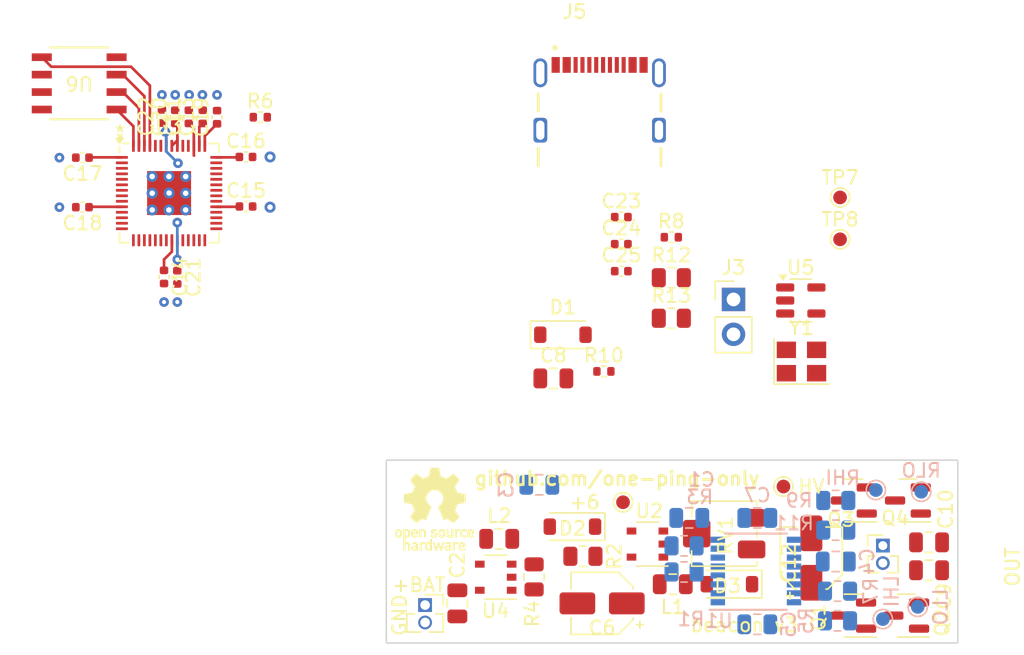
<source format=kicad_pcb>
(kicad_pcb (version 20240108) (generator "pcbnew") (generator_version "8.0")
  (layers (0 "F.Cu" mixed) (31 "B.Cu" mixed) (34 "B.Paste" user) (35 "F.Paste" user) (36 "B.SilkS" user "B.Silkscreen") (37 "F.SilkS" user "F.Silkscreen") (38 "B.Mask" user) (39 "F.Mask" user) (44 "Edge.Cuts" user))
  (net 0 "")
  (net 1 "+6V")
  (net 2 "GND")
  (net 3 "+BATT")
  (net 4 "Net-(U1-APWM)")
  (net 5 "Net-(U1-BPWM)")
  (net 6 "Net-(D3-A)")
  (net 7 "Net-(U1-BHB)")
  (net 8 "/OUT_A")
  (net 9 "Net-(U1-AHB)")
  (net 10 "/OUT_B")
  (net 11 "+3.3V")
  (net 12 "+1V1")
  (net 13 "/HV")
  (net 14 "/XIN")
  (net 15 "Net-(C24-Pad1)")
  (net 16 "Net-(D1-A)")
  (net 17 "/~{USB_BOOT}")
  (net 18 "/PWM_A")
  (net 19 "/PWM_B")
  (net 20 "/L_HI")
  (net 21 "Net-(U1-BHO)")
  (net 22 "/L_LO")
  (net 23 "Net-(U1-BLO)")
  (net 24 "/R_HI")
  (net 25 "Net-(U1-AHO)")
  (net 26 "/USB_D+")
  (net 27 "/R_LO")
  (net 28 "Net-(U1-ALO)")
  (net 32 "Net-(U2-FB)")
  (net 33 "Net-(D2-A)")
  (net 34 "Net-(U4-FB)")
  (net 38 "/USB_D-")
  (net 43 "Net-(U3-USB_DP)")
  (net 44 "Net-(U3-USB_DM)")
  (net 45 "/XOUT")
  (net 46 "/QSPI_SS")
  (net 47 "/HV_EN")
  (net 53 "/QSPI_SD0")
  (net 59 "/QSPI_SD3")
  (net 79 "/QSPI_SCLK")
  (net 81 "/QSPI_SD2")
  (net 82 "/QSPI_SD1")
  (footprint "Package_SO:TSOP-5_1.65x3.05mm_P0.95mm" (layer "F.Cu") (at 141.478 80.01 180)
    (property "Reference" "U2" (at -0.127 2.413 0) (layer "F.SilkS"))
    (property "Value" "MIC2288")
    (pad "1" smd rect (at -1.16 -0.95 180) (size 0.7 0.51) (layers "F.Cu" "F.Paste" "F.Mask") (net 6 "Net-(D3-A)"))
    (pad "2" smd rect (at -1.16 0 180) (size 0.7 0.51) (layers "F.Cu" "F.Paste" "F.Mask") (net 2 "GND"))
    (pad "3" smd rect (at -1.16 0.95 180) (size 0.7 0.51) (layers "F.Cu" "F.Paste" "F.Mask") (net 32 "Net-(U2-FB)"))
    (pad "4" smd rect (at 1.16 0.95 180) (size 0.7 0.51) (layers "F.Cu" "F.Paste" "F.Mask") (net 47 "/HV_EN"))
    (pad "5" smd rect (at 1.16 -0.95 180) (size 0.7 0.51) (layers "F.Cu" "F.Paste" "F.Mask") (net 1 "+6V"))
  )
  (footprint "Crystal:Crystal_SMD_3225-4Pin_3.2x2.5mm" (layer "F.Cu") (at 152.697 66.714)
    (property "Reference" "Y1" (at 0 -2.45 0) (layer "F.SilkS"))
    (property "Value" "ABM8-272-T3")
    (pad "1" smd rect (at -1.1 0.85) (size 1.4 1.2) (layers "F.Cu" "F.Paste" "F.Mask") (net 14 "/XIN"))
    (pad "2" smd rect (at 1.1 0.85) (size 1.4 1.2) (layers "F.Cu" "F.Paste" "F.Mask") (net 2 "GND"))
    (pad "3" smd rect (at 1.1 -0.85) (size 1.4 1.2) (layers "F.Cu" "F.Paste" "F.Mask") (net 15 "Net-(C24-Pad1)"))
    (pad "4" smd rect (at -1.1 -0.85) (size 1.4 1.2) (layers "F.Cu" "F.Paste" "F.Mask") (net 2 "GND"))
  )
  (footprint "Capacitor_SMD:C_0402_1005Metric" (layer "F.Cu") (at 107.2388 60.5816 -90)
    (property "Reference" "C21" (at 0 -1.16 90) (layer "F.SilkS"))
    (property "Value" "100n")
    (pad "1" smd roundrect (at -0.48 0 270) (size 0.56 0.62) (layers "F.Cu" "F.Paste" "F.Mask") (net 12 "+1V1"))
    (pad "2" smd roundrect (at 0.48 0 270) (size 0.56 0.62) (layers "F.Cu" "F.Paste" "F.Mask") (net 2 "GND"))
  )
  (footprint "Capacitor_SMD:C_0805_2012Metric" (layer "F.Cu") (at 127.635 84.328 -90)
    (property "Reference" "C2" (at -2.794 0 90) (layer "F.SilkS"))
    (property "Value" "C")
    (pad "1" smd roundrect (at -0.95 0 270) (size 1 1.45) (layers "F.Cu" "F.Paste" "F.Mask") (net 3 "+BATT"))
    (pad "2" smd roundrect (at 0.95 0 270) (size 1 1.45) (layers "F.Cu" "F.Paste" "F.Mask") (net 2 "GND"))
  )
  (footprint "Resistor_SMD:R_0805_2012Metric" (layer "F.Cu") (at 143.217 60.614)
    (property "Reference" "R12" (at 0 -1.65 0) (layer "F.SilkS"))
    (property "Value" "1k")
    (pad "1" smd roundrect (at -0.9125 0) (size 1.025 1.4) (layers "F.Cu" "F.Paste" "F.Mask") (roundrect_rratio 0.243902) (net 46 "/QSPI_SS"))
    (pad "2" smd roundrect (at 0.9125 0) (size 1.025 1.4) (layers "F.Cu" "F.Paste" "F.Mask") (roundrect_rratio 0.243902) (net 17 "/~{USB_BOOT}"))
  )
  (footprint "Connector_PinHeader_2.54mm:PinHeader_1x02_P2.54mm_Vertical" (layer "F.Cu") (at 147.747 62.194)
    (property "Reference" "J3" (at 0 -2.33 0) (layer "F.SilkS"))
    (property "Value" "Conn_01x02")
    (pad "1" thru_hole rect (at 0 0) (size 1.7 1.7) (drill 1) (layers "*.Cu" "*.Mask") (net 17 "/~{USB_BOOT}"))
    (pad "2" thru_hole oval (at 0 2.54) (size 1.7 1.7) (drill 1) (layers "*.Cu" "*.Mask") (net 2 "GND"))
  )
  (footprint "Capacitor_SMD:C_0805_2012Metric" (layer "F.Cu") (at 134.627 67.944)
    (property "Reference" "C8" (at 0 -1.68 0) (layer "F.SilkS"))
    (property "Value" "10u")
    (pad "1" smd roundrect (at -0.95 0) (size 1 1.45) (layers "F.Cu" "F.Paste" "F.Mask") (net 11 "+3.3V"))
    (pad "2" smd roundrect (at 0.95 0) (size 1 1.45) (layers "F.Cu" "F.Paste" "F.Mask") (net 2 "GND"))
  )
  (footprint "custom:GCT_USB4105-GF-A" (layer "F.Cu") (at 137.997 49.869)
    (property "Reference" "J5" (at -1.825 -8.635 0) (layer "F.SilkS"))
    (property "Value" "USB")
    (pad "" np_thru_hole circle (at -2.89 -3.68) (size 0.65 0.65) (drill 0.65) (layers "*.Cu" "*.Mask"))
    (pad "" np_thru_hole circle (at 2.89 -3.68) (size 0.65 0.65) (drill 0.65) (layers "*.Cu" "*.Mask"))
    (pad "A1_B12" smd rect (at -3.2 -4.755) (size 0.6 1.15) (layers "F.Cu" "F.Paste" "F.Mask") (net 2 "GND"))
    (pad "A4_B9" smd rect (at -2.4 -4.755) (size 0.6 1.15) (layers "F.Cu" "F.Paste" "F.Mask") (net 16 "Net-(D1-A)"))
    (pad "A5" smd rect (at -1.25 -4.755) (size 0.3 1.15) (layers "F.Cu" "F.Paste" "F.Mask"))
    (pad "A6" smd rect (at -0.25 -4.755) (size 0.3 1.15) (layers "F.Cu" "F.Paste" "F.Mask") (net 26 "/USB_D+"))
    (pad "A7" smd rect (at 0.25 -4.755) (size 0.3 1.15) (layers "F.Cu" "F.Paste" "F.Mask") (net 38 "/USB_D-"))
    (pad "A8" smd rect (at 1.25 -4.755) (size 0.3 1.15) (layers "F.Cu" "F.Paste" "F.Mask"))
    (pad "B1_A12" smd rect (at 3.2 -4.755) (size 0.6 1.15) (layers "F.Cu" "F.Paste" "F.Mask") (net 2 "GND"))
    (pad "B4_A9" smd rect (at 2.4 -4.755) (size 0.6 1.15) (layers "F.Cu" "F.Paste" "F.Mask"))
    (pad "B5" smd rect (at 1.75 -4.755) (size 0.3 1.15) (layers "F.Cu" "F.Paste" "F.Mask"))
    (pad "B6" smd rect (at 0.75 -4.755) (size 0.3 1.15) (layers "F.Cu" "F.Paste" "F.Mask"))
    (pad "B7" smd rect (at -0.75 -4.755) (size 0.3 1.15) (layers "F.Cu" "F.Paste" "F.Mask"))
    (pad "B8" smd rect (at -1.75 -4.755) (size 0.3 1.15) (layers "F.Cu" "F.Paste" "F.Mask"))
    (pad "SH1" thru_hole oval (at -4.32 -4.18) (size 1 2.1) (drill oval 0.6 1.7) (layers "*.Cu" "*.Mask") (net 2 "GND"))
    (pad "SH2" thru_hole oval (at 4.32 -4.18) (size 1 2.1) (drill oval 0.6 1.7) (layers "*.Cu" "*.Mask") (net 2 "GND"))
    (pad "SH3" thru_hole roundrect (at -4.32 0) (size 1 1.8) (drill oval 0.6 1.4) (layers "*.Cu" "*.Mask") (net 2 "GND"))
    (pad "SH4" thru_hole roundrect (at 4.32 0) (size 1 1.8) (drill oval 0.6 1.4) (layers "*.Cu" "*.Mask") (net 2 "GND"))
  )
  (footprint "TestPoint:TestPoint_Pad_D1.0mm" (layer "F.Cu") (at 155.507 54.764)
    (property "Reference" "TP7" (at 0 -1.448 0) (layer "F.SilkS"))
    (property "Value" "+3V3")
    (pad "1" smd circle (at 0 0) (size 1 1) (layers "F.Cu" "F.Mask") (net 11 "+3.3V"))
  )
  (footprint "Resistor_SMD:R_0402_1005Metric" (layer "F.Cu") (at 113.284 48.9204)
    (property "Reference" "R6" (at 0 -1.17 0) (layer "F.SilkS"))
    (property "Value" "~")
    (pad "1" smd roundrect (at -0.51 0) (size 0.54 0.64) (layers "F.Cu" "F.Paste" "F.Mask") (net 26 "/USB_D+"))
    (pad "2" smd roundrect (at 0.51 0) (size 0.54 0.64) (layers "F.Cu" "F.Paste" "F.Mask") (net 43 "Net-(U3-USB_DP)"))
  )
  (footprint "Potentiometer_SMD:Potentiometer_Bourns_3314J_Vertical" (layer "F.Cu") (at 147.066 79.248 -90)
    (property "Reference" "RV1" (at 0.134 -0.095 90) (layer "F.SilkS"))
    (property "Value" "100k")
    (pad "1" smd roundrect (at -1.15 -2 270) (size 1.3 2) (layers "F.Cu" "F.Paste" "F.Mask") (roundrect_rratio 0.1923076923) (net 13 "/HV"))
    (pad "2" smd roundrect (at 0 2 270) (size 2 2) (layers "F.Cu" "F.Paste" "F.Mask") (roundrect_rratio 0.125) (net 32 "Net-(U2-FB)"))
    (pad "3" smd roundrect (at 1.15 -2 270) (size 1.3 2) (layers "F.Cu" "F.Paste" "F.Mask") (roundrect_rratio 0.1923076923) (net 2 "GND"))
  )
  (footprint "Capacitor_SMD:C_0402_1005Metric" (layer "F.Cu") (at 100.33 55.4736 180)
    (property "Reference" "C18" (at 0 -1.16 180) (layer "F.SilkS"))
    (property "Value" "100n")
    (pad "1" smd roundrect (at -0.48 0 180) (size 0.56 0.62) (layers "F.Cu" "F.Paste" "F.Mask") (net 11 "+3.3V"))
    (pad "2" smd roundrect (at 0.48 0 180) (size 0.56 0.62) (layers "F.Cu" "F.Paste" "F.Mask") (net 2 "GND"))
  )
  (footprint "Capacitor_SMD:C_0402_1005Metric" (layer "F.Cu") (at 112.24 51.816)
    (property "Reference" "C16" (at 0 -1.16 0) (layer "F.SilkS"))
    (property "Value" "100n")
    (pad "1" smd roundrect (at -0.48 0) (size 0.56 0.62) (layers "F.Cu" "F.Paste" "F.Mask") (net 11 "+3.3V"))
    (pad "2" smd roundrect (at 0.48 0) (size 0.56 0.62) (layers "F.Cu" "F.Paste" "F.Mask") (net 2 "GND"))
  )
  (footprint "Capacitor_SMD:C_0805_2012Metric" (layer "F.Cu") (at 143.322 82.931)
    (property "Reference" "L1" (at 0 1.651 0) (layer "F.SilkS"))
    (property "Value" "10u")
    (pad "1" smd roundrect (at -0.95 0) (size 1 1.45) (layers "F.Cu" "F.Paste" "F.Mask") (net 1 "+6V"))
    (pad "2" smd roundrect (at 0.95 0) (size 1 1.45) (layers "F.Cu" "F.Paste" "F.Mask") (net 6 "Net-(D3-A)"))
  )
  (footprint "Diode_SMD:D_SOD-123" (layer "F.Cu") (at 135.322 64.764)
    (property "Reference" "D1" (at 0 -2 0) (layer "F.SilkS"))
    (property "Value" "D")
    (pad "1" smd roundrect (at -1.65 0) (size 0.9 1.2) (layers "F.Cu" "F.Paste" "F.Mask") (net 1 "+6V"))
    (pad "2" smd roundrect (at 1.65 0) (size 0.9 1.2) (layers "F.Cu" "F.Paste" "F.Mask") (net 16 "Net-(D1-A)"))
  )
  (footprint "Package_TO_SOT_SMD:TSOT-23-5" (layer "F.Cu") (at 152.647 62.269)
    (property "Reference" "U5" (at 0 -2.4 0) (layer "F.SilkS"))
    (property "Value" "ADP7142AUJZ-3.3")
    (pad "1" smd roundrect (at -1.1375 -0.95) (size 1.325 0.6) (layers "F.Cu" "F.Paste" "F.Mask") (net 1 "+6V"))
    (pad "2" smd roundrect (at -1.1375 0) (size 1.325 0.6) (layers "F.Cu" "F.Paste" "F.Mask") (net 2 "GND"))
    (pad "3" smd roundrect (at -1.1375 0.95) (size 1.325 0.6) (layers "F.Cu" "F.Paste" "F.Mask") (net 1 "+6V"))
    (pad "4" smd roundrect (at 1.1375 0.95) (size 1.325 0.6) (layers "F.Cu" "F.Paste" "F.Mask") (net 11 "+3.3V"))
    (pad "5" smd roundrect (at 1.1375 -0.95) (size 1.325 0.6) (layers "F.Cu" "F.Paste" "F.Mask") (net 11 "+3.3V"))
  )
  (footprint "Resistor_SMD:R_0805_2012Metric" (layer "F.Cu") (at 136.779 80.899 180)
    (property "Reference" "R2" (at -2.286 0 90) (layer "F.SilkS"))
    (property "Value" "~")
    (pad "1" smd roundrect (at -0.9125 0 180) (size 1.025 1.4) (layers "F.Cu" "F.Paste" "F.Mask") (roundrect_rratio 0.243902) (net 1 "+6V"))
    (pad "2" smd roundrect (at 0.9125 0 180) (size 1.025 1.4) (layers "F.Cu" "F.Paste" "F.Mask") (roundrect_rratio 0.243902) (net 34 "Net-(U4-FB)"))
  )
  (footprint "Symbol:OSHW-Logo_5.7x6mm_SilkScreen" (layer "F.Cu") (at 125.984 77.47)
    (property "Reference" "J4" (hide yes))
    (property "Value" "OSHW logo" (hide yes))
  )
  (footprint "Capacitor_SMD:C_0805_2012Metric" (layer "F.Cu") (at 161.986 81.915)
    (property "Reference" "C9" (at 1.082 1.905 90) (layer "F.SilkS"))
    (property "Value" "220n")
    (pad "1" smd roundrect (at -0.95 0) (size 1 1.45) (layers "F.Cu" "F.Paste" "F.Mask") (net 8 "/OUT_A"))
    (pad "2" smd roundrect (at 0.95 0) (size 1 1.45) (layers "F.Cu" "F.Paste" "F.Mask") (net 2 "GND"))
  )
  (footprint "Package_TO_SOT_SMD:SOT-23" (layer "F.Cu") (at 160.3225 85.217 180)
    (property "Reference" "Q2" (at -2.6185 -0.508 90) (layer "F.SilkS"))
    (property "Value" "DMN6140L")
    (pad "1" smd roundrect (at -0.9375 -0.95 180) (size 1.475 0.6) (layers "F.Cu" "F.Paste" "F.Mask") (net 22 "/L_LO"))
    (pad "2" smd roundrect (at -0.9375 0.95 180) (size 1.475 0.6) (layers "F.Cu" "F.Paste" "F.Mask") (net 2 "GND"))
    (pad "3" smd roundrect (at 0.9375 0 180) (size 1.475 0.6) (layers "F.Cu" "F.Paste" "F.Mask") (net 8 "/OUT_A"))
  )
  (footprint "Package_DFN_QFN:QFN-56-1EP_7x7mm_P0.4mm_EP3.2x3.2mm" (layer "F.Cu") (at 106.642 54.445)
    (property "Reference" "U3" (at 0 -4.83 0) (layer "F.SilkS"))
    (property "Value" "RP2040")
    (pad "1" smd roundrect (at -3.4375 -2.6) (size 0.875 0.2) (layers "F.Cu" "F.Paste" "F.Mask") (net 11 "+3.3V"))
    (pad "2" smd roundrect (at -3.4375 -2.2) (size 0.875 0.2) (layers "F.Cu" "F.Paste" "F.Mask") (net 18 "/PWM_A"))
    (pad "3" smd roundrect (at -3.4375 -1.8) (size 0.875 0.2) (layers "F.Cu" "F.Paste" "F.Mask") (net 19 "/PWM_B"))
    (pad "4" smd roundrect (at -3.4375 -1.4) (size 0.875 0.2) (layers "F.Cu" "F.Paste" "F.Mask"))
    (pad "5" smd roundrect (at -3.4375 -1) (size 0.875 0.2) (layers "F.Cu" "F.Paste" "F.Mask"))
    (pad "6" smd roundrect (at -3.4375 -0.6) (size 0.875 0.2) (layers "F.Cu" "F.Paste" "F.Mask"))
    (pad "7" smd roundrect (at -3.4375 -0.2) (size 0.875 0.2) (layers "F.Cu" "F.Paste" "F.Mask"))
    (pad "8" smd roundrect (at -3.4375 0.2) (size 0.875 0.2) (layers "F.Cu" "F.Paste" "F.Mask"))
    (pad "9" smd roundrect (at -3.4375 0.6) (size 0.875 0.2) (layers "F.Cu" "F.Paste" "F.Mask"))
    (pad "10" smd roundrect (at -3.4375 1) (size 0.875 0.2) (layers "F.Cu" "F.Paste" "F.Mask") (net 11 "+3.3V"))
    (pad "11" smd roundrect (at -3.4375 1.4) (size 0.875 0.2) (layers "F.Cu" "F.Paste" "F.Mask"))
    (pad "12" smd roundrect (at -3.4375 1.8) (size 0.875 0.2) (layers "F.Cu" "F.Paste" "F.Mask"))
    (pad "13" smd roundrect (at -3.4375 2.2) (size 0.875 0.2) (layers "F.Cu" "F.Paste" "F.Mask"))
    (pad "14" smd roundrect (at -3.4375 2.6) (size 0.875 0.2) (layers "F.Cu" "F.Paste" "F.Mask"))
    (pad "15" smd roundrect (at -2.6 3.4375) (size 0.2 0.875) (layers "F.Cu" "F.Paste" "F.Mask") (net 47 "/HV_EN"))
    (pad "16" smd roundrect (at -2.2 3.4375) (size 0.2 0.875) (layers "F.Cu" "F.Paste" "F.Mask"))
    (pad "17" smd roundrect (at -1.8 3.4375) (size 0.2 0.875) (layers "F.Cu" "F.Paste" "F.Mask"))
    (pad "18" smd roundrect (at -1.4 3.4375) (size 0.2 0.875) (layers "F.Cu" "F.Paste" "F.Mask"))
    (pad "19" smd roundrect (at -1 3.4375) (size 0.2 0.875) (layers "F.Cu" "F.Paste" "F.Mask") (net 2 "GND"))
    (pad "20" smd roundrect (at -0.6 3.4375) (size 0.2 0.875) (layers "F.Cu" "F.Paste" "F.Mask") (net 14 "/XIN"))
    (pad "21" smd roundrect (at -0.2 3.4375) (size 0.2 0.875) (layers "F.Cu" "F.Paste" "F.Mask") (net 45 "/XOUT"))
    (pad "22" smd roundrect (at 0.2 3.4375) (size 0.2 0.875) (layers "F.Cu" "F.Paste" "F.Mask") (net 11 "+3.3V"))
    (pad "23" smd roundrect (at 0.6 3.4375) (size 0.2 0.875) (layers "F.Cu" "F.Paste" "F.Mask") (net 12 "+1V1"))
    (pad "24" smd roundrect (at 1 3.4375) (size 0.2 0.875) (layers "F.Cu" "F.Paste" "F.Mask"))
    (pad "25" smd roundrect (at 1.4 3.4375) (size 0.2 0.875) (layers "F.Cu" "F.Paste" "F.Mask"))
    (pad "26" smd roundrect (at 1.8 3.4375) (size 0.2 0.875) (layers "F.Cu" "F.Paste" "F.Mask"))
    (pad "27" smd roundrect (at 2.2 3.4375) (size 0.2 0.875) (layers "F.Cu" "F.Paste" "F.Mask"))
    (pad "28" smd roundrect (at 2.6 3.4375) (size 0.2 0.875) (layers "F.Cu" "F.Paste" "F.Mask"))
    (pad "29" smd roundrect (at 3.4375 2.6) (size 0.875 0.2) (layers "F.Cu" "F.Paste" "F.Mask"))
    (pad "30" smd roundrect (at 3.4375 2.2) (size 0.875 0.2) (layers "F.Cu" "F.Paste" "F.Mask"))
    (pad "31" smd roundrect (at 3.4375 1.8) (size 0.875 0.2) (layers "F.Cu" "F.Paste" "F.Mask"))
    (pad "32" smd roundrect (at 3.4375 1.4) (size 0.875 0.2) (layers "F.Cu" "F.Paste" "F.Mask"))
    (pad "33" smd roundrect (at 3.4375 1) (size 0.875 0.2) (layers "F.Cu" "F.Paste" "F.Mask") (net 11 "+3.3V"))
    (pad "34" smd roundrect (at 3.4375 0.6) (size 0.875 0.2) (layers "F.Cu" "F.Paste" "F.Mask"))
    (pad "35" smd roundrect (at 3.4375 0.2) (size 0.875 0.2) (layers "F.Cu" "F.Paste" "F.Mask"))
    (pad "36" smd roundrect (at 3.4375 -0.2) (size 0.875 0.2) (layers "F.Cu" "F.Paste" "F.Mask"))
    (pad "37" smd roundrect (at 3.4375 -0.6) (size 0.875 0.2) (layers "F.Cu" "F.Paste" "F.Mask"))
    (pad "38" smd roundrect (at 3.4375 -1) (size 0.875 0.2) (layers "F.Cu" "F.Paste" "F.Mask"))
    (pad "39" smd roundrect (at 3.4375 -1.4) (size 0.875 0.2) (layers "F.Cu" "F.Paste" "F.Mask"))
    (pad "40" smd roundrect (at 3.4375 -1.8) (size 0.875 0.2) (layers "F.Cu" "F.Paste" "F.Mask"))
    (pad "41" smd roundrect (at 3.4375 -2.2) (size 0.875 0.2) (layers "F.Cu" "F.Paste" "F.Mask"))
    (pad "42" smd roundrect (at 3.4375 -2.6) (size 0.875 0.2) (layers "F.Cu" "F.Paste" "F.Mask") (net 11 "+3.3V"))
    (pad "43" smd roundrect (at 2.6 -3.4375) (size 0.2 0.875) (layers "F.Cu" "F.Paste" "F.Mask") (net 11 "+3.3V"))
    (pad "44" smd roundrect (at 2.2 -3.4375) (size 0.2 0.875) (layers "F.Cu" "F.Paste" "F.Mask") (net 11 "+3.3V"))
    (pad "45" smd roundrect (at 1.8 -3.4375) (size 0.2 0.875) (layers "F.Cu" "F.Paste" "F.Mask") (net 12 "+1V1"))
    (pad "46" smd roundrect (at 1.4 -3.4375) (size 0.2 0.875) (layers "F.Cu" "F.Paste" "F.Mask") (net 44 "Net-(U3-USB_DM)"))
    (pad "47" smd roundrect (at 1 -3.4375) (size 0.2 0.875) (layers "F.Cu" "F.Paste" "F.Mask") (net 43 "Net-(U3-USB_DP)"))
    (pad "48" smd roundrect (at 0.6 -3.4375) (size 0.2 0.875) (layers "F.Cu" "F.Paste" "F.Mask") (net 11 "+3.3V"))
    (pad "49" smd roundrect (at 0.2 -3.4375) (size 0.2 0.875) (layers "F.Cu" "F.Paste" "F.Mask") (net 11 "+3.3V"))
    (pad "50" smd roundrect (at -0.2 -3.4375) (size 0.2 0.875) (layers "F.Cu" "F.Paste" "F.Mask") (net 12 "+1V1"))
    (pad "51" smd roundrect (at -0.6 -3.4375) (size 0.2 0.875) (layers "F.Cu" "F.Paste" "F.Mask") (net 59 "/QSPI_SD3"))
    (pad "52" smd roundrect (at -1 -3.4375) (size 0.2 0.875) (layers "F.Cu" "F.Paste" "F.Mask") (net 79 "/QSPI_SCLK"))
    (pad "53" smd roundrect (at -1.4 -3.4375) (size 0.2 0.875) (layers "F.Cu" "F.Paste" "F.Mask") (net 53 "/QSPI_SD0"))
    (pad "54" smd roundrect (at -1.8 -3.4375) (size 0.2 0.875) (layers "F.Cu" "F.Paste" "F.Mask") (net 81 "/QSPI_SD2"))
    (pad "55" smd roundrect (at -2.2 -3.4375) (size 0.2 0.875) (layers "F.Cu" "F.Paste" "F.Mask") (net 82 "/QSPI_SD1"))
    (pad "56" smd roundrect (at -2.6 -3.4375) (size 0.2 0.875) (layers "F.Cu" "F.Paste" "F.Mask") (net 46 "/QSPI_SS"))
    (pad "57" smd rect (at 0 0) (size 3.2 3.2) (property pad_prop_heatsink) (layers "F.Cu" "F.Mask") (net 2 "GND"))
  )
  (footprint "Diode_SMD:D_SOD-123" (layer "F.Cu") (at 136.016 78.74 180)
    (property "Reference" "D2" (at 0 -0.127 0) (layer "F.SilkS"))
    (property "Value" "DSS16U")
    (pad "1" smd roundrect (at -1.65 0 180) (size 0.9 1.2) (layers "F.Cu" "F.Paste" "F.Mask") (net 1 "+6V"))
    (pad "2" smd roundrect (at 1.65 0 180) (size 0.9 1.2) (layers "F.Cu" "F.Paste" "F.Mask") (net 33 "Net-(D2-A)"))
  )
  (footprint "Capacitor_SMD:C_0402_1005Metric" (layer "F.Cu") (at 139.577 56.194)
    (property "Reference" "C23" (at 0 -1.16 0) (layer "F.SilkS"))
    (property "Value" "15p")
    (pad "1" smd roundrect (at -0.48 0) (size 0.56 0.62) (layers "F.Cu" "F.Paste" "F.Mask") (net 14 "/XIN"))
    (pad "2" smd roundrect (at 0.48 0) (size 0.56 0.62) (layers "F.Cu" "F.Paste" "F.Mask") (net 2 "GND"))
  )
  (footprint "TestPoint:TestPoint_Pad_D1.0mm" (layer "F.Cu") (at 155.507 57.814)
    (property "Reference" "TP8" (at 0 -1.448 0) (layer "F.SilkS"))
    (property "Value" "+1V1")
    (pad "1" smd circle (at 0 0) (size 1 1) (layers "F.Cu" "F.Mask") (net 12 "+1V1"))
  )
  (footprint "Capacitor_SMD:C_0402_1005Metric" (layer "F.Cu") (at 107.0864 48.8976 90)
    (property "Reference" "C20" (at 0 -1.16 270) (layer "F.SilkS"))
    (property "Value" "100n")
    (pad "1" smd roundrect (at -0.48 0 90) (size 0.56 0.62) (layers "F.Cu" "F.Paste" "F.Mask") (net 11 "+3.3V"))
    (pad "2" smd roundrect (at 0.48 0 90) (size 0.56 0.62) (layers "F.Cu" "F.Paste" "F.Mask") (net 2 "GND"))
  )
  (footprint "Resistor_SMD:R_0402_1005Metric" (layer "F.Cu") (at 138.307 67.434)
    (property "Reference" "R10" (at 0 -1.17 0) (layer "F.SilkS"))
    (property "Value" "1k")
    (pad "1" smd roundrect (at -0.51 0) (size 0.54 0.64) (layers "F.Cu" "F.Paste" "F.Mask") (net 45 "/XOUT"))
    (pad "2" smd roundrect (at 0.51 0) (size 0.54 0.64) (layers "F.Cu" "F.Paste" "F.Mask") (net 15 "Net-(C24-Pad1)"))
  )
  (footprint "Resistor_SMD:R_0805_2012Metric" (layer "F.Cu") (at 143.217 63.564)
    (property "Reference" "R13" (at 0 -1.65 0) (layer "F.SilkS"))
    (property "Value" "10k")
    (pad "1" smd roundrect (at -0.9125 0) (size 1.025 1.4) (layers "F.Cu" "F.Paste" "F.Mask") (roundrect_rratio 0.243902) (net 11 "+3.3V"))
    (pad "2" smd roundrect (at 0.9125 0) (size 1.025 1.4) (layers "F.Cu" "F.Paste" "F.Mask") (roundrect_rratio 0.243902) (net 46 "/QSPI_SS"))
  )
  (footprint "Capacitor_SMD:C_0402_1005Metric" (layer "F.Cu") (at 112.2452 55.4228)
    (property "Reference" "C15" (at 0 -1.16 0) (layer "F.SilkS"))
    (property "Value" "100n")
    (pad "1" smd roundrect (at -0.48 0) (size 0.56 0.62) (layers "F.Cu" "F.Paste" "F.Mask") (net 11 "+3.3V"))
    (pad "2" smd roundrect (at 0.48 0) (size 0.56 0.62) (layers "F.Cu" "F.Paste" "F.Mask") (net 2 "GND"))
  )
  (footprint "Resistor_SMD:R_0402_1005Metric" (layer "F.Cu") (at 143.217 57.664)
    (property "Reference" "R8" (at 0 -1.17 0) (layer "F.SilkS"))
    (property "Value" "~")
    (pad "1" smd roundrect (at -0.51 0) (size 0.54 0.64) (layers "F.Cu" "F.Paste" "F.Mask") (net 38 "/USB_D-"))
    (pad "2" smd roundrect (at 0.51 0) (size 0.54 0.64) (layers "F.Cu" "F.Paste" "F.Mask") (net 44 "Net-(U3-USB_DM)"))
  )
  (footprint "Capacitor_SMD:C_0402_1005Metric" (layer "F.Cu") (at 100.33 51.8668 180)
    (property "Reference" "C17" (at 0 -1.16 180) (layer "F.SilkS"))
    (property "Value" "100n")
    (pad "1" smd roundrect (at -0.48 0 180) (size 0.56 0.62) (layers "F.Cu" "F.Paste" "F.Mask") (net 11 "+3.3V"))
    (pad "2" smd roundrect (at 0.48 0 180) (size 0.56 0.62) (layers "F.Cu" "F.Paste" "F.Mask") (net 2 "GND"))
  )
  (footprint "Capacitor_SMD:C_0402_1005Metric" (layer "F.Cu") (at 106.1212 48.8696 90)
    (property "Reference" "C22" (at 0 -1.16 270) (layer "F.SilkS"))
    (property "Value" "100n")
    (pad "1" smd roundrect (at -0.48 0 90) (size 0.56 0.62) (layers "F.Cu" "F.Paste" "F.Mask") (net 12 "+1V1"))
    (pad "2" smd roundrect (at 0.48 0 90) (size 0.56 0.62) (layers "F.Cu" "F.Paste" "F.Mask") (net 2 "GND"))
  )
  (footprint "Resistor_SMD:R_0805_2012Metric" (layer "F.Cu") (at 133.223 82.3995 -90)
    (property "Reference" "R4" (at 2.6905 0.127 90) (layer "F.SilkS"))
    (property "Value" "~")
    (pad "1" smd roundrect (at -0.9125 0 270) (size 1.025 1.4) (layers "F.Cu" "F.Paste" "F.Mask") (roundrect_rratio 0.243902) (net 34 "Net-(U4-FB)"))
    (pad "2" smd roundrect (at 0.9125 0 270) (size 1.025 1.4) (layers "F.Cu" "F.Paste" "F.Mask") (roundrect_rratio 0.243902) (net 2 "GND"))
  )
  (footprint "Capacitor_SMD:C_0402_1005Metric" (layer "F.Cu") (at 108.077 48.895 90)
    (property "Reference" "C11" (at 0 -1.16 270) (layer "F.SilkS"))
    (property "Value" "1u")
    (pad "1" smd roundrect (at -0.48 0 90) (size 0.56 0.62) (layers "F.Cu" "F.Paste" "F.Mask") (net 12 "+1V1"))
    (pad "2" smd roundrect (at 0.48 0 90) (size 0.56 0.62) (layers "F.Cu" "F.Paste" "F.Mask") (net 2 "GND"))
  )
  (footprint "Capacitor_SMD:C_0402_1005Metric" (layer "F.Cu") (at 106.2736 60.5536 -90)
    (property "Reference" "C14" (at 0 -1.16 90) (layer "F.SilkS"))
    (property "Value" "100n")
    (pad "1" smd roundrect (at -0.48 0 270) (size 0.56 0.62) (layers "F.Cu" "F.Paste" "F.Mask") (net 11 "+3.3V"))
    (pad "2" smd roundrect (at 0.48 0 270) (size 0.56 0.62) (layers "F.Cu" "F.Paste" "F.Mask") (net 2 "GND"))
  )
  (footprint "Capacitor_SMD:CP_Elec_4x3.9" (layer "F.Cu") (at 138.176 84.328 180)
    (property "Reference" "C6" (at 0 -1.778 0) (layer "F.SilkS"))
    (property "Value" "10u")
    (pad "1" smd roundrect (at -1.8 0 180) (size 2.6 1.6) (layers "F.Cu" "F.Paste" "F.Mask") (roundrect_rratio 0.15625) (net 1 "+6V"))
    (pad "2" smd roundrect (at 1.8 0 180) (size 2.6 1.6) (layers "F.Cu" "F.Paste" "F.Mask") (roundrect_rratio 0.15625) (net 2 "GND"))
  )
  (footprint "TestPoint:TestPoint_Pad_D1.0mm" (layer "F.Cu") (at 139.7 76.962)
    (property "Reference" "TP1" (hide yes))
    (property "Value" "+6" (at -2.794 0 0) (layer "F.SilkS"))
    (pad "1" smd circle (at 0 0) (size 1 1) (layers "F.Cu" "F.Mask") (net 1 "+6V"))
  )
  (footprint "Package_TO_SOT_SMD:SOT-23" (layer "F.Cu") (at 156.464 85.217 180)
    (property "Reference" "Q1" (at 2.54 -0.127 90) (layer "F.SilkS"))
    (property "Value" "DMN6140L")
    (pad "1" smd roundrect (at -0.9375 -0.95 180) (size 1.475 0.6) (layers "F.Cu" "F.Paste" "F.Mask") (net 20 "/L_HI"))
    (pad "2" smd roundrect (at -0.9375 0.95 180) (size 1.475 0.6) (layers "F.Cu" "F.Paste" "F.Mask") (net 8 "/OUT_A"))
    (pad "3" smd roundrect (at 0.9375 0 180) (size 1.475 0.6) (layers "F.Cu" "F.Paste" "F.Mask") (net 13 "/HV"))
  )
  (footprint "Package_TO_SOT_SMD:SOT-23" (layer "F.Cu") (at 160.4495 76.835 180)
    (property "Reference" "Q4" (at 0.9375 -1.27 0) (layer "F.SilkS"))
    (property "Value" "DMN6140L")
    (pad "1" smd roundrect (at -0.9375 -0.95 180) (size 1.475 0.6) (layers "F.Cu" "F.Paste" "F.Mask") (net 27 "/R_LO"))
    (pad "2" smd roundrect (at -0.9375 0.95 180) (size 1.475 0.6) (layers "F.Cu" "F.Paste" "F.Mask") (net 2 "GND"))
    (pad "3" smd roundrect (at 0.9375 0 180) (size 1.475 0.6) (layers "F.Cu" "F.Paste" "F.Mask") (net 10 "/OUT_B"))
  )
  (footprint "Capacitor_SMD:C_0402_1005Metric" (layer "F.Cu") (at 109.093 48.895 90)
    (property "Reference" "C13" (at 0 -1.16 270) (layer "F.SilkS"))
    (property "Value" "1u")
    (pad "1" smd roundrect (at -0.48 0 90) (size 0.56 0.62) (layers "F.Cu" "F.Paste" "F.Mask") (net 11 "+3.3V"))
    (pad "2" smd roundrect (at 0.48 0 90) (size 0.56 0.62) (layers "F.Cu" "F.Paste" "F.Mask") (net 2 "GND"))
  )
  (footprint "Connector_PinSocket_1.27mm:PinSocket_1x02_P1.27mm_Vertical" (layer "F.Cu") (at 125.2855 84.449999)
    (property "Reference" "J1" (hide yes))
    (property "Value" "Conn_01x02_Pin" (hide yes))
    (pad "1" thru_hole rect (at 0 0) (size 1 1) (drill 0.7) (layers "*.Cu" "*.Mask") (net 3 "+BATT"))
    (pad "2" thru_hole oval (at 0 1.27) (size 1 1) (drill 0.7) (layers "*.Cu" "*.Mask") (net 2 "GND"))
  )
  (footprint "Capacitor_SMD:C_0402_1005Metric" (layer "F.Cu") (at 110.1344 48.9204 90)
    (property "Reference" "C19" (at 0 -1.16 270) (layer "F.SilkS"))
    (property "Value" "100n")
    (pad "1" smd roundrect (at -0.48 0 90) (size 0.56 0.62) (layers "F.Cu" "F.Paste" "F.Mask") (net 11 "+3.3V"))
    (pad "2" smd roundrect (at 0.48 0 90) (size 0.56 0.62) (layers "F.Cu" "F.Paste" "F.Mask") (net 2 "GND"))
  )
  (footprint "TestPoint:TestPoint_Pad_D1.0mm" (layer "F.Cu") (at 151.384 75.819)
    (property "Reference" "TP3" (hide yes))
    (property "Value" "HV" (at 2.032 0 0) (layer "F.SilkS"))
    (pad "1" smd circle (at 0 0) (size 1 1) (layers "F.Cu" "F.Mask") (net 13 "/HV"))
  )
  (footprint "Capacitor_SMD:C_0805_2012Metric" (layer "F.Cu") (at 130.683 79.629)
    (property "Reference" "L2" (at 0 -1.68 0) (layer "F.SilkS"))
    (property "Value" "10u")
    (pad "1" smd roundrect (at -0.95 0) (size 1 1.45) (layers "F.Cu" "F.Paste" "F.Mask") (net 3 "+BATT"))
    (pad "2" smd roundrect (at 0.95 0) (size 1 1.45) (layers "F.Cu" "F.Paste" "F.Mask") (net 33 "Net-(D2-A)"))
  )
  (footprint "Capacitor_SMD:C_0402_1005Metric" (layer "F.Cu") (at 139.577 60.134)
    (property "Reference" "C25" (at 0 -1.16 0) (layer "F.SilkS"))
    (property "Value" "100n")
    (pad "1" smd roundrect (at -0.48 0) (size 0.56 0.62) (layers "F.Cu" "F.Paste" "F.Mask") (net 11 "+3.3V"))
    (pad "2" smd roundrect (at 0.48 0) (size 0.56 0.62) (layers "F.Cu" "F.Paste" "F.Mask") (net 2 "GND"))
  )
  (footprint "footprints:WIN_SN-8_WIN" (layer "F.Cu") (at 100.09505 46.4566 180)
    (property "Reference" "U6" (at 0 0 180) (layer "F.SilkS"))
    (property "Value" "W25Q40CLSNIG")
    (fp_text user "*" (at -2.97815 -3.6068 180) (layer "F.SilkS"))
    (fp_text user "*" (at -2.97815 -3.6068 180) (layer "F.SilkS"))
    (pad "1" smd rect (at -2.72415 -1.905 180) (size 1.4605 0.5588) (layers "F.Cu" "F.Paste" "F.Mask") (net 46 "/QSPI_SS"))
    (pad "2" smd rect (at -2.72415 -0.635 180) (size 1.4605 0.5588) (layers "F.Cu" "F.Paste" "F.Mask") (net 82 "/QSPI_SD1"))
    (pad "3" smd rect (at -2.72415 0.635 180) (size 1.4605 0.5588) (layers "F.Cu" "F.Paste" "F.Mask") (net 81 "/QSPI_SD2"))
    (pad "4" smd rect (at -2.72415 1.905 180) (size 1.4605 0.5588) (layers "F.Cu" "F.Paste" "F.Mask") (net 2 "GND"))
    (pad "5" smd rect (at 2.72415 1.905 180) (size 1.4605 0.5588) (layers "F.Cu" "F.Paste" "F.Mask") (net 53 "/QSPI_SD0"))
    (pad "6" smd rect (at 2.72415 0.635 180) (size 1.4605 0.5588) (layers "F.Cu" "F.Paste" "F.Mask") (net 79 "/QSPI_SCLK"))
    (pad "7" smd rect (at 2.72415 -0.635 180) (size 1.4605 0.5588) (layers "F.Cu" "F.Paste" "F.Mask") (net 59 "/QSPI_SD3"))
    (pad "8" smd rect (at 2.72415 -1.905 180) (size 1.4605 0.5588) (layers "F.Cu" "F.Paste" "F.Mask") (net 11 "+3.3V"))
  )
  (footprint "Package_TO_SOT_SMD:SOT-23" (layer "F.Cu") (at 156.5125 76.835 180)
    (property "Reference" "Q3" (at 0.9375 -1.397 0) (layer "F.SilkS"))
    (property "Value" "DMN6140L")
    (pad "1" smd roundrect (at -0.9375 -0.95 180) (size 1.475 0.6) (layers "F.Cu" "F.Paste" "F.Mask") (net 24 "/R_HI"))
    (pad "2" smd roundrect (at -0.9375 0.95 180) (size 1.475 0.6) (layers "F.Cu" "F.Paste" "F.Mask") (net 10 "/OUT_B"))
    (pad "3" smd roundrect (at 0.9375 0 180) (size 1.475 0.6) (layers "F.Cu" "F.Paste" "F.Mask") (net 13 "/HV"))
  )
  (footprint "Connector_PinHeader_1.27mm:PinHeader_1x02_P1.27mm_Vertical" (layer "F.Cu") (at 158.623 80.122)
    (property "Reference" "J2" (hide yes))
    (property "Value" "Conn_01x02_Pin")
    (pad "1" thru_hole rect (at 0 0) (size 1 1) (drill 0.65) (layers "*.Cu" "*.Mask") (net 10 "/OUT_B"))
    (pad "2" thru_hole oval (at 0 1.27) (size 1 1) (drill 0.65) (layers "*.Cu" "*.Mask") (net 8 "/OUT_A"))
  )
  (footprint "Package_SO:TSOP-5_1.65x3.05mm_P0.95mm" (layer "F.Cu") (at 130.429 82.423 180)
    (property "Reference" "U4" (at 0 -2.45 0) (layer "F.SilkS"))
    (property "Value" "MIC2288")
    (pad "1" smd rect (at -1.16 -0.95 180) (size 0.7 0.51) (layers "F.Cu" "F.Paste" "F.Mask") (net 33 "Net-(D2-A)"))
    (pad "2" smd rect (at -1.16 0 180) (size 0.7 0.51) (layers "F.Cu" "F.Paste" "F.Mask") (net 2 "GND"))
    (pad "3" smd rect (at -1.16 0.95 180) (size 0.7 0.51) (layers "F.Cu" "F.Paste" "F.Mask") (net 34 "Net-(U4-FB)"))
    (pad "4" smd rect (at 1.16 0.95 180) (size 0.7 0.51) (layers "F.Cu" "F.Paste" "F.Mask") (net 3 "+BATT"))
    (pad "5" smd rect (at 1.16 -0.95 180) (size 0.7 0.51) (layers "F.Cu" "F.Paste" "F.Mask") (net 3 "+BATT"))
  )
  (footprint "Diode_SMD:D_SOD-123" (layer "F.Cu") (at 147.447 82.931 180)
    (property "Reference" "D3" (at 0.127 -0.127 0) (layer "F.SilkS"))
    (property "Value" "DSS16U")
    (pad "1" smd roundrect (at -1.65 0 180) (size 0.9 1.2) (layers "F.Cu" "F.Paste" "F.Mask") (net 13 "/HV"))
    (pad "2" smd roundrect (at 1.65 0 180) (size 0.9 1.2) (layers "F.Cu" "F.Paste" "F.Mask") (net 6 "Net-(D3-A)"))
  )
  (footprint "Capacitor_SMD:CP_Elec_4x3.9" (layer "F.Cu") (at 153.416 81.026 90)
    (property "Reference" "C12" (at -0.381 -1.651 -90) (layer "F.SilkS"))
    (property "Value" "C")
    (pad "1" smd roundrect (at -1.8 0 90) (size 2.6 1.6) (layers "F.Cu" "F.Paste" "F.Mask") (roundrect_rratio 0.15625) (net 13 "/HV"))
    (pad "2" smd roundrect (at 1.8 0 90) (size 2.6 1.6) (layers "F.Cu" "F.Paste" "F.Mask") (roundrect_rratio 0.15625) (net 2 "GND"))
  )
  (footprint "Capacitor_SMD:C_0805_2012Metric" (layer "F.Cu") (at 161.986 79.883)
    (property "Reference" "C10" (at 1.209 -2.413 90) (layer "F.SilkS"))
    (property "Value" "220n")
    (pad "1" smd roundrect (at -0.95 0) (size 1 1.45) (layers "F.Cu" "F.Paste" "F.Mask") (net 10 "/OUT_B"))
    (pad "2" smd roundrect (at 0.95 0) (size 1 1.45) (layers "F.Cu" "F.Paste" "F.Mask") (net 2 "GND"))
  )
  (footprint "Capacitor_SMD:C_0402_1005Metric" (layer "F.Cu") (at 139.577 58.164)
    (property "Reference" "C24" (at 0 -1.16 0) (layer "F.SilkS"))
    (property "Value" "15p")
    (pad "1" smd roundrect (at -0.48 0) (size 0.56 0.62) (layers "F.Cu" "F.Paste" "F.Mask") (net 15 "Net-(C24-Pad1)"))
    (pad "2" smd roundrect (at 0.48 0) (size 0.56 0.62) (layers "F.Cu" "F.Paste" "F.Mask") (net 2 "GND"))
  )
  (footprint "TestPoint:TestPoint_Pad_D1.0mm" (layer "B.Cu") (at 158.115 76.073 180)
    (property "Reference" "TP5" (hide yes))
    (property "Value" "RHI" (at 2.413 0.889 0) (layer "B.SilkS") (effects (justify mirror)))
    (pad "1" smd circle (at 0 0 180) (size 1 1) (layers "B.Cu" "B.Mask") (net 24 "/R_HI"))
  )
  (footprint "TestPoint:TestPoint_Pad_D1.0mm" (layer "B.Cu") (at 158.623 85.471)
    (property "Reference" "TP2" (hide yes))
    (property "Value" "LHI" (at 0.635 -2.032 90) (layer "B.SilkS") (effects (justify mirror)))
    (pad "1" smd circle (at 0 0) (size 1 1) (layers "B.Cu" "B.Mask") (net 20 "/L_HI"))
  )
  (footprint "Package_SO:TSSOP-16-1EP_4.4x5mm_P0.65mm" (layer "B.Cu") (at 149.379 81.9695)
    (property "Reference" "U1" (at -2.694 3.6285 180) (layer "B.SilkS") (effects (justify mirror)))
    (property "Value" "MIC4606")
    (pad "1" smd rect (at -2.775 2.275) (size 1.05 0.45) (layers "B.Cu" "B.Paste" "B.Mask") (net 7 "Net-(U1-BHB)"))
    (pad "2" smd rect (at -2.775 1.625) (size 1.05 0.45) (layers "B.Cu" "B.Paste" "B.Mask") (net 1 "+6V"))
    (pad "3" smd rect (at -2.775 0.975) (size 1.05 0.45) (layers "B.Cu" "B.Paste" "B.Mask") (net 5 "Net-(U1-BPWM)"))
    (pad "4" smd rect (at -2.775 0.325) (size 1.05 0.45) (layers "B.Cu" "B.Paste" "B.Mask"))
    (pad "5" smd rect (at -2.775 -0.325) (size 1.05 0.45) (layers "B.Cu" "B.Paste" "B.Mask"))
    (pad "6" smd rect (at -2.775 -0.975) (size 1.05 0.45) (layers "B.Cu" "B.Paste" "B.Mask") (net 4 "Net-(U1-APWM)"))
    (pad "7" smd rect (at -2.775 -1.625) (size 1.05 0.45) (layers "B.Cu" "B.Paste" "B.Mask"))
    (pad "8" smd rect (at -2.775 -2.275) (size 1.05 0.45) (layers "B.Cu" "B.Paste" "B.Mask") (net 9 "Net-(U1-AHB)"))
    (pad "9" smd rect (at 2.775 -2.275) (size 1.05 0.45) (layers "B.Cu" "B.Paste" "B.Mask") (net 25 "Net-(U1-AHO)"))
    (pad "10" smd rect (at 2.775 -1.625) (size 1.05 0.45) (layers "B.Cu" "B.Paste" "B.Mask") (net 10 "/OUT_B"))
    (pad "11" smd rect (at 2.775 -0.975) (size 1.05 0.45) (layers "B.Cu" "B.Paste" "B.Mask") (net 28 "Net-(U1-ALO)"))
    (pad "12" smd rect (at 2.775 -0.325) (size 1.05 0.45) (layers "B.Cu" "B.Paste" "B.Mask") (net 1 "+6V"))
    (pad "13" smd rect (at 2.775 0.325) (size 1.05 0.45) (layers "B.Cu" "B.Paste" "B.Mask") (net 2 "GND"))
    (pad "14" smd rect (at 2.775 0.975) (size 1.05 0.45) (layers "B.Cu" "B.Paste" "B.Mask") (net 23 "Net-(U1-BLO)"))
    (pad "15" smd rect (at 2.775 1.625) (size 1.05 0.45) (layers "B.Cu" "B.Paste" "B.Mask") (net 8 "/OUT_A"))
    (pad "16" smd rect (at 2.775 2.275) (size 1.05 0.45) (layers "B.Cu" "B.Paste" "B.Mask") (net 21 "Net-(U1-BHO)"))
  )
  (footprint "Capacitor_SMD:C_0805_2012Metric" (layer "B.Cu") (at 144.526 78.105)
    (property "Reference" "C1" (at 0.889 -2.794 0) (layer "B.SilkS") (effects (justify mirror)))
    (property "Value" "1.5n")
    (pad "1" smd roundrect (at -0.95 0) (size 1 1.45) (layers "B.Cu" "B.Paste" "B.Mask") (net 18 "/PWM_A"))
    (pad "2" smd roundrect (at 0.95 0) (size 1 1.45) (layers "B.Cu" "B.Paste" "B.Mask") (net 2 "GND"))
  )
  (footprint "Resistor_SMD:R_0805_2012Metric" (layer "B.Cu") (at 155.194 78.994 180)
    (property "Reference" "R11" (at 3.048 0.508 0) (layer "B.SilkS") (effects (justify mirror)))
    (property "Value" "2k")
    (pad "1" smd roundrect (at -0.9125 0 180) (size 1.025 1.4) (layers "B.Cu" "B.Paste" "B.Mask") (roundrect_rratio 0.243902) (net 27 "/R_LO"))
    (pad "2" smd roundrect (at 0.9125 0 180) (size 1.025 1.4) (layers "B.Cu" "B.Paste" "B.Mask") (roundrect_rratio 0.243902) (net 28 "Net-(U1-ALO)"))
  )
  (footprint "Capacitor_SMD:C_0805_2012Metric" (layer "B.Cu") (at 149.479 78.105)
    (property "Reference" "C7" (at 0 -1.651 180) (layer "B.SilkS") (effects (justify mirror)))
    (property "Value" "10u")
    (pad "1" smd roundrect (at -0.95 0) (size 1 1.45) (layers "B.Cu" "B.Paste" "B.Mask") (net 9 "Net-(U1-AHB)"))
    (pad "2" smd roundrect (at 0.95 0) (size 1 1.45) (layers "B.Cu" "B.Paste" "B.Mask") (net 10 "/OUT_B"))
  )
  (footprint "TestPoint:TestPoint_Pad_D1.0mm" (layer "B.Cu") (at 161.417 76.2)
    (property "Reference" "TP6" (hide yes))
    (property "Value" "RLO" (at 0 -1.55 0) (layer "B.SilkS") (effects (justify mirror)))
    (pad "1" smd circle (at 0 0) (size 1 1) (layers "B.Cu" "B.Mask") (net 27 "/R_LO"))
  )
  (footprint "Resistor_SMD:R_0805_2012Metric" (layer "B.Cu") (at 144.145 80.137 180)
    (property "Reference" "R3" (at -1.143 3.556 180) (layer "B.SilkS") (effects (justify mirror)))
    (property "Value" "2k")
    (pad "1" smd roundrect (at -0.9125 0 180) (size 1.025 1.4) (layers "B.Cu" "B.Paste" "B.Mask") (roundrect_rratio 0.243902) (net 4 "Net-(U1-APWM)"))
    (pad "2" smd roundrect (at 0.9125 0 180) (size 1.025 1.4) (layers "B.Cu" "B.Paste" "B.Mask") (roundrect_rratio 0.243902) (net 18 "/PWM_A"))
  )
  (footprint "Resistor_SMD:R_0805_2012Metric" (layer "B.Cu") (at 144.145 82.042 180)
    (property "Reference" "R1" (at -0.508 -3.429 0) (layer "B.SilkS") (effects (justify mirror)))
    (property "Value" "2k")
    (pad "1" smd roundrect (at -0.9125 0 180) (size 1.025 1.4) (layers "B.Cu" "B.Paste" "B.Mask") (roundrect_rratio 0.243902) (net 5 "Net-(U1-BPWM)"))
    (pad "2" smd roundrect (at 0.9125 0 180) (size 1.025 1.4) (layers "B.Cu" "B.Paste" "B.Mask") (roundrect_rratio 0.243902) (net 19 "/PWM_B"))
  )
  (footprint "Capacitor_SMD:C_0805_2012Metric" (layer "B.Cu") (at 133.604 75.692 180)
    (property "Reference" "C3" (at 2.413 0 90) (layer "B.SilkS") (effects (justify mirror)))
    (property "Value" "1.5n")
    (pad "1" smd roundrect (at -0.95 0 180) (size 1 1.45) (layers "B.Cu" "B.Paste" "B.Mask") (net 19 "/PWM_B"))
    (pad "2" smd roundrect (at 0.95 0 180) (size 1 1.45) (layers "B.Cu" "B.Paste" "B.Mask") (net 2 "GND"))
  )
  (footprint "TestPoint:TestPoint_Pad_D1.0mm" (layer "B.Cu") (at 161.163 84.582)
    (property "Reference" "TP4" (hide yes))
    (property "Value" "LLO" (at 1.651 0 90) (layer "B.SilkS") (effects (justify mirror)))
    (pad "1" smd circle (at 0 0) (size 1 1) (layers "B.Cu" "B.Mask") (net 22 "/L_LO"))
  )
  (footprint "Resistor_SMD:R_0805_2012Metric" (layer "B.Cu") (at 155.321 85.598 180)
    (property "Reference" "R5" (at 2.286 0 90) (layer "B.SilkS") (effects (justify mirror)))
    (property "Value" "2k")
    (pad "1" smd roundrect (at -0.9125 0 180) (size 1.025 1.4) (layers "B.Cu" "B.Paste" "B.Mask") (roundrect_rratio 0.243902) (net 20 "/L_HI"))
    (pad "2" smd roundrect (at 0.9125 0 180) (size 1.025 1.4) (layers "B.Cu" "B.Paste" "B.Mask") (roundrect_rratio 0.243902) (net 21 "Net-(U1-BHO)"))
  )
  (footprint "Capacitor_SMD:C_0805_2012Metric" (layer "B.Cu") (at 155.194 81.28)
    (property "Reference" "C4" (at 2.286 0 90) (layer "B.SilkS") (effects (justify mirror)))
    (property "Value" "10u")
    (pad "1" smd roundrect (at -0.95 0) (size 1 1.45) (layers "B.Cu" "B.Paste" "B.Mask") (net 1 "+6V"))
    (pad "2" smd roundrect (at 0.95 0) (size 1 1.45) (layers "B.Cu" "B.Paste" "B.Mask") (net 2 "GND"))
  )
  (footprint "Resistor_SMD:R_0805_2012Metric" (layer "B.Cu") (at 155.194 76.835 180)
    (property "Reference" "R9" (at 2.667 0 0) (layer "B.SilkS") (effects (justify mirror)))
    (property "Value" "2k")
    (pad "1" smd roundrect (at -0.9125 0 180) (size 1.025 1.4) (layers "B.Cu" "B.Paste" "B.Mask") (roundrect_rratio 0.243902) (net 24 "/R_HI"))
    (pad "2" smd roundrect (at 0.9125 0 180) (size 1.025 1.4) (layers "B.Cu" "B.Paste" "B.Mask") (roundrect_rratio 0.243902) (net 25 "Net-(U1-AHO)"))
  )
  (footprint "Resistor_SMD:R_0805_2012Metric" (layer "B.Cu") (at 155.321 83.439 180)
    (property "Reference" "R7" (at -2.413 0 90) (layer "B.SilkS") (effects (justify mirror)))
    (property "Value" "2k")
    (pad "1" smd roundrect (at -0.9125 0 180) (size 1.025 1.4) (layers "B.Cu" "B.Paste" "B.Mask") (roundrect_rratio 0.243902) (net 22 "/L_LO"))
    (pad "2" smd roundrect (at 0.9125 0 180) (size 1.025 1.4) (layers "B.Cu" "B.Paste" "B.Mask") (roundrect_rratio 0.243902) (net 23 "Net-(U1-BLO)"))
  )
  (footprint "Capacitor_SMD:C_0805_2012Metric" (layer "B.Cu") (at 149.479 85.852)
    (property "Reference" "C5" (at 2.286 0 90) (layer "B.SilkS") (effects (justify mirror)))
    (property "Value" "10u")
    (pad "1" smd roundrect (at -0.95 0) (size 1 1.45) (layers "B.Cu" "B.Paste" "B.Mask") (net 7 "Net-(U1-BHB)"))
    (pad "2" smd roundrect (at 0.95 0) (size 1 1.45) (layers "B.Cu" "B.Paste" "B.Mask") (net 8 "/OUT_A"))
  )
  (gr_rect (start 122.4606 73.896) (end 164.079 87.211) (stroke (width 0.1)) (fill none) (layer "Edge.Cuts"))
  (gr_text "github.com/one-ping-only" (at 128.778 75.819 0) (layer "F.SilkS") (effects (font (size 1 1) (thickness 0.2) (bold yes)) (justify left bottom)))
  (gr_text "+BAT" (at 122.809 83.566 0) (layer "F.SilkS") (effects (font (size 1 1)) (justify left bottom)))
  (gr_text "OUT" (at 168.656 83.185 90) (layer "F.SilkS") (effects (font (size 1 1)) (justify left bottom)))
  (gr_text "GND" (at 124.019 86.801 90) (layer "F.SilkS") (effects (font (size 1 1)) (justify left bottom)))
  (gr_text "beacon v3" (at 144.526 86.487 0) (layer "F.SilkS") (effects (font (size 1 1)) (justify left bottom)))
  (via (at 98.6536 51.8668) (size 0.7) (drill 0.3) (layers "F.Cu" "B.Cu") (net 0))
  (via (at 110.1344 47.2948) (size 0.7) (drill 0.3) (layers "F.Cu" "B.Cu") (net 0))
  (via (at 107.0864 47.2948) (size 0.7) (drill 0.3) (layers "F.Cu" "B.Cu") (net 0))
  (via (at 98.6536 55.4736) (size 0.7) (drill 0.3) (layers "F.Cu" "B.Cu") (net 0))
  (via (at 113.9952 55.4736) (size 0.8) (drill 0.4) (layers "F.Cu" "B.Cu") (net 0))
  (via (at 109.0676 47.2948) (size 0.7) (drill 0.3) (layers "F.Cu" "B.Cu") (net 0))
  (via (at 107.2388 62.3824) (size 0.7) (drill 0.3) (layers "F.Cu" "B.Cu") (net 0))
  (via (at 108.1024 47.2948) (size 0.7) (drill 0.3) (layers "F.Cu" "B.Cu") (net 0))
  (via (at 106.1212 47.2948) (size 0.7) (drill 0.3) (layers "F.Cu" "B.Cu") (net 0))
  (via (at 113.9952 51.816) (size 0.8) (drill 0.4) (layers "F.Cu" "B.Cu") (net 0))
  (via (at 106.2736 62.3824) (size 0.7) (drill 0.3) (layers "F.Cu" "B.Cu") (net 0))
  (via (at 107.8484 54.4576) (size 0.8) (drill 0.4) (layers "F.Cu" "B.Cu") (net 2))
  (via (at 106.642 54.445) (size 0.8) (drill 0.4) (layers "F.Cu" "B.Cu") (net 2))
  (via (at 105.41 55.6768) (size 0.8) (drill 0.4) (layers "F.Cu" "B.Cu") (net 2))
  (via (at 106.6292 55.6768) (size 0.8) (drill 0.4) (layers "F.Cu" "B.Cu") (net 2))
  (via (at 105.41 53.2384) (size 0.8) (drill 0.4) (layers "F.Cu" "B.Cu") (net 2))
  (via (at 106.6292 53.2384) (size 0.8) (drill 0.4) (layers "F.Cu" "B.Cu") (net 2))
  (via (at 107.8484 55.6768) (size 0.8) (drill 0.4) (layers "F.Cu" "B.Cu") (net 2))
  (via (at 105.41 54.4576) (size 0.8) (drill 0.4) (layers "F.Cu" "B.Cu") (net 2))
  (via (at 107.8484 53.2384) (size 0.8) (drill 0.4) (layers "F.Cu" "B.Cu") (net 2))
  (segment (start 107.242 50.3428) (end 107.242 49.5332) (width 0.195) (layer "F.Cu") (net 11))
  (segment (start 103.2045 51.845) (end 100.8318 51.845) (width 0.195) (layer "F.Cu") (net 11))
  (segment (start 106.842 57.8825) (end 106.842 58.7152) (width 0.195) (layer "F.Cu") (net 11))
  (segment (start 111.731 51.845) (end 111.76 51.816) (width 0.195) (layer "F.Cu") (net 11))
  (segment (start 100.81 55.4736) (end 100.8386 55.445) (width 0.195) (layer "F.Cu") (net 11))
  (segment (start 100.8318 51.845) (end 100.81 51.8668) (width 0.195) (layer "F.Cu") (net 11))
  (segment (start 106.842 58.7152) (end 106.2736 59.2836) (width 0.195) (layer "F.Cu") (net 11))
  (segment (start 107.242 50.6075) (end 107.242 50.3428) (width 0.195) (layer "F.Cu") (net 11))
  (segment (start 108.842 51.0075) (end 108.842 49.626) (width 0.195) (layer "F.Cu") (net 11))
  (segment (start 106.2736 59.2836) (end 106.2736 60.0736) (width 0.195) (layer "F.Cu") (net 11))
  (segment (start 111.743 55.445) (end 111.7652 55.4228) (width 0.195) (layer "F.Cu") (net 11))
  (segment (start 109.242 51.0075) (end 109.242 50.2928) (width 0.195) (layer "F.Cu") (net 11))
  (segment (start 108.842 49.626) (end 109.093 49.375) (width 0.195) (layer "F.Cu") (net 11))
  (segment (start 107.242 51.0075) (end 107.242 50.3428) (width 0.195) (layer "F.Cu") (net 11))
  (segment (start 100.8386 55.445) (end 103.2045 55.445) (width 0.195) (layer "F.Cu") (net 11))
  (segment (start 109.242 50.2928) (end 110.1344 49.4004) (width 0.195) (layer "F.Cu") (net 11))
  (segment (start 106.842 51.0075) (end 107.242 50.6075) (width 0.195) (layer "F.Cu") (net 11))
  (segment (start 107.242 49.5332) (end 107.0864 49.3776) (width 0.195) (layer "F.Cu") (net 11))
  (segment (start 110.0795 51.845) (end 111.731 51.845) (width 0.195) (layer "F.Cu") (net 11))
  (segment (start 110.0795 55.445) (end 111.743 55.445) (width 0.195) (layer "F.Cu") (net 11))
  (segment (start 108.442 51.0075) (end 108.442 49.74) (width 0.195) (layer "F.Cu") (net 12))
  (segment (start 106.442 49.9204) (end 106.442 49.6704) (width 0.195) (layer "F.Cu") (net 12))
  (segment (start 107.242 56.5436) (end 107.2388 56.5404) (width 0.195) (layer "F.Cu") (net 12))
  (segment (start 107.2388 59.2836) (end 107.242 59.2868) (width 0.195) (layer "F.Cu") (net 12))
  (segment (start 107.2388 56.5404) (end 107.2388 56.595002) (width 0.195) (layer "F.Cu") (net 12))
  (segment (start 107.242 59.2804) (end 107.2388 59.2836) (width 0.195) (layer "F.Cu") (net 12))
  (segment (start 107.242 60.0984) (end 107.2388 60.1016) (width 0.195) (layer "F.Cu") (net 12))
  (segment (start 107.242 59.2868) (end 107.242 60.0984) (width 0.195) (layer "F.Cu") (net 12))
  (segment (start 108.458 51.7144) (end 108.442 51.6984) (width 0.195) (layer "F.Cu") (net 12))
  (segment (start 106.442 50.054) (end 106.3752 49.9872) (width 0.195) (layer "F.Cu") (net 12))
  (segment (start 107.242 57.8825) (end 107.242 59.2804) (width 0.195) (layer "F.Cu") (net 12))
  (segment (start 108.442 51.0075) (end 108.442 51.6984) (width 0.195) (layer "F.Cu") (net 12))
  (segment (start 108.442 49.74) (end 108.077 49.375) (width 0.195) (layer "F.Cu") (net 12))
  (segment (start 106.442 51.0075) (end 106.442 50.054) (width 0.195) (layer "F.Cu") (net 12))
  (segment (start 106.3752 49.9872) (end 106.442 49.9204) (width 0.195) (layer "F.Cu") (net 12))
  (segment (start 106.442 49.6704) (end 106.1212 49.3496) (width 0.195) (layer "F.Cu") (net 12))
  (via (at 107.2388 59.2836) (size 0.7) (drill 0.3) (layers "F.Cu" "B.Cu") (net 12))
  (via (at 107.2388 56.595002) (size 0.7) (drill 0.3) (layers "F.Cu" "B.Cu") (net 12))
  (via (at 106.3752 49.9872) (size 0.7) (drill 0.3) (layers "F.Cu" "B.Cu") (net 12))
  (via (at 107.2896 52.2732) (size 0.7) (drill 0.3) (layers "F.Cu" "B.Cu") (net 12))
  (segment (start 107.2388 59.2836) (end 107.2388 56.595002) (width 0.195) (layer "B.Cu") (net 12))
  (segment (start 106.426 50.038) (end 106.426 51.4096) (width 0.195) (layer "B.Cu") (net 12))
  (segment (start 106.426 51.4096) (end 107.2896 52.2732) (width 0.195) (layer "B.Cu") (net 12))
  (segment (start 106.3752 49.9872) (end 106.426 50.038) (width 0.195) (layer "B.Cu") (net 12))
  (segment (start 104.042 51.0075) (end 104.042 49.5844) (width 0.195) (layer "F.Cu") (net 46))
  (segment (start 104.042 49.5844) (end 102.8192 48.3616) (width 0.195) (layer "F.Cu") (net 46))
  (segment (start 105.242 46.6188) (end 103.8679 45.2447) (width 0.195) (layer "F.Cu") (net 53))
  (segment (start 105.242 51.0075) (end 105.242 46.6188) (width 0.195) (layer "F.Cu") (net 53))
  (segment (start 103.8679 45.2447) (end 98.064 45.2447) (width 0.195) (layer "F.Cu") (net 53))
  (segment (start 98.064 45.2447) (end 97.3709 44.5516) (width 0.195) (layer "F.Cu") (net 53))
  (segment (start 104.842 47.39355) (end 103.27005 45.8216) (width 0.195) (layer "F.Cu") (net 81))
  (segment (start 104.842 51.0075) (end 104.842 47.39355) (width 0.195) (layer "F.Cu") (net 81))
  (segment (start 103.27005 45.8216) (end 102.8192 45.8216) (width 0.195) (layer "F.Cu") (net 81))
  (segment (start 104.442 51.0075) (end 104.442 48.26355) (width 0.195) (layer "F.Cu") (net 82))
  (segment (start 103.27005 47.0916) (end 102.8192 47.0916) (width 0.195) (layer "F.Cu") (net 82))
  (segment (start 104.442 48.26355) (end 103.27005 47.0916) (width 0.195) (layer "F.Cu") (net 82))
)
</source>
